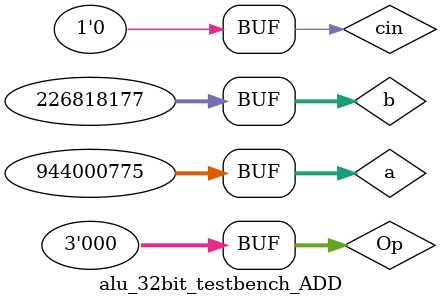
<source format=v>
`define DELAY 20
module alu_32bit_testbench_ADD();

reg [31:0] a;
reg [31:0] b;
reg cin;
reg [2:0] Op;

wire [31:0] R;
wire cout, V, S;

/*
module alu_32bit(a, b, Aluop, cin, cout, R, S, V);
input [2:0] Aluop;
input [31:0] a;
input [31:0] b;
output [31:0] R;
input cin;
output cout ,S, V;
*/

alu_32bit myALU(a, b, Op, cin, cout, R, S, V);


initial begin

a = 32'b10101010101010101010101010101010; 
b = 32'b01010101010101010101010101010101; 
cin = 1'b0;
Op = 3'b000;
#`DELAY;

a = 32'b10101010101010101010101010101011; 
b = 32'b01010101010101010101010101010101; 
cin = 1'b0;
Op = 3'b000;
#`DELAY;

a = 32'b01010101010101010100000000000000; 
b = 32'b00000000101111111110101010101010; 
cin = 1'b0;
Op = 3'b000;
#`DELAY;

a = 32'b01010101010101010100001111000000; 
b = 32'b00000000101000000110101010101010; 
cin = 1'b0;
Op = 3'b000;
#`DELAY;

a = 32'b00001110000001010100001111000000; 
b = 32'b01001000101000000110000000101010; 
cin = 1'b0;
Op = 3'b000;
#`DELAY;

a = 32'b00110110010110000100011000001011; 
b = 32'b00000100000000000110001000000101; 
cin = 1'b0;
Op = 3'b000;
#`DELAY;

a = 32'b00111000010001000100111100000111; 
b = 32'b00001101100001001111100010000001; 
cin = 1'b0;
Op = 3'b000;
#`DELAY;

end


initial begin

$monitor("time = %2d, \na=%32b,\nb=%32b, \nR=%32b,\n cin =%1b, cout=%1b, Op%3b V=%1b S=%1b", $time, a, b, R, cin, cout, Op, V, S);

end



endmodule

</source>
